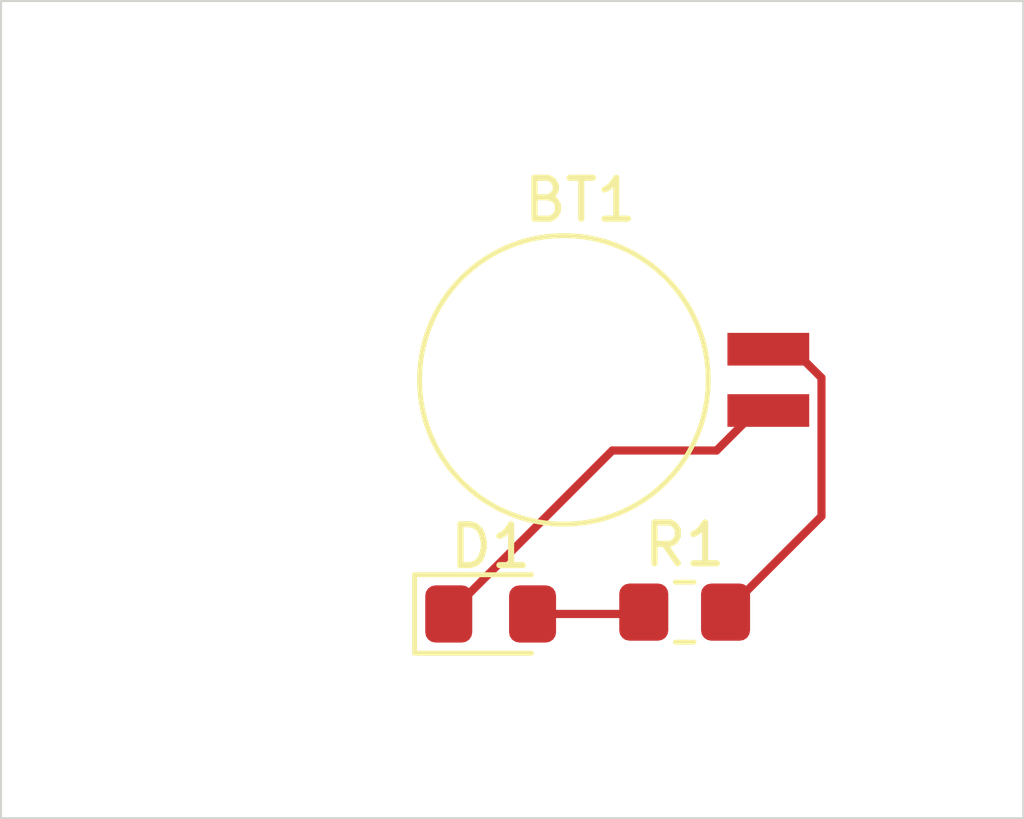
<source format=kicad_pcb>
(kicad_pcb (version 20240108) (generator "pcbnew") (generator_version "8.0")
  (layers (0 "F.Cu" signal) (31 "B.Cu" signal) (34 "B.Paste" user) (35 "F.Paste" user) (36 "B.SilkS" user "B.Silkscreen") (37 "F.SilkS" user "F.Silkscreen") (38 "B.Mask" user) (39 "F.Mask" user) (44 "Edge.Cuts" user))
  (net 0 "")
  (net 1 "Net-(BT1-+)")
  (net 2 "Net-(BT1--)")
  (net 3 "Net-(D1-A)")
  (footprint "Diode_SMD:D_0805_2012Metric_Pad1.15x1.40mm_HandSolder" (layer "F.Cu") (at 76.975 80)
    (property "Reference" "D1" (at 0 -1.65 0) (layer "F.SilkS"))
    (property "Value" "LED")
    (fp_line (start -1.86 -0.96) (end -1.86 0.96) (stroke (width 0.12)) (layer "F.SilkS"))
    (fp_line (start -1.86 0.96) (end 1 0.96) (stroke (width 0.12)) (layer "F.SilkS"))
    (fp_line (start 1 -0.96) (end -1.86 -0.96) (stroke (width 0.12)) (layer "F.SilkS"))
    (pad "1" smd roundrect (at -1.025 0) (size 1.15 1.4) (layers "F.Cu" "F.Paste" "F.Mask") (roundrect_rratio 0.217391) (net 2 "Net-(BT1--)"))
    (pad "2" smd roundrect (at 1.025 0) (size 1.15 1.4) (layers "F.Cu" "F.Paste" "F.Mask") (roundrect_rratio 0.217391) (net 3 "Net-(D1-A)"))
  )
  (footprint "Resistor_SMD:R_0805_2012Metric_Pad1.20x1.40mm_HandSolder" (layer "F.Cu") (at 81.72 79.955)
    (property "Reference" "R1" (at 0 -1.65 0) (layer "F.SilkS"))
    (property "Value" "R")
    (fp_line (start -0.227064 -0.735) (end 0.227064 -0.735) (stroke (width 0.12)) (layer "F.SilkS"))
    (fp_line (start -0.227064 0.735) (end 0.227064 0.735) (stroke (width 0.12)) (layer "F.SilkS"))
    (pad "1" smd roundrect (at -1 0) (size 1.2 1.4) (layers "F.Cu" "F.Paste" "F.Mask") (roundrect_rratio 0.208333) (net 3 "Net-(D1-A)"))
    (pad "2" smd roundrect (at 1 0) (size 1.2 1.4) (layers "F.Cu" "F.Paste" "F.Mask") (roundrect_rratio 0.208333) (net 1 "Net-(BT1-+)"))
  )
  (footprint "Battery:BatteryHolder_Seiko_MS621F" (layer "F.Cu") (at 83.766204 74.271204)
    (property "Reference" "BT1" (at -4.6 -4.4 0) (layer "F.SilkS"))
    (property "Value" "Battery_Cell")
    (fp_circle (center -5 0) (end -1.47 0) (stroke (width 0.12)) (fill none) (layer "F.SilkS"))
    (pad "1" smd rect (at 0 -0.75) (size 2 0.8) (layers "F.Cu" "F.Paste" "F.Mask") (net 1 "Net-(BT1-+)"))
    (pad "2" smd rect (at 0 0.75) (size 2 0.8) (layers "F.Cu" "F.Paste" "F.Mask") (net 2 "Net-(BT1--)"))
  )
  (gr_rect (start 65 65) (end 90 85) (stroke (width 0.05)) (fill none) (layer "Edge.Cuts"))
  (segment (start 82.72 79.955) (end 85.066204 77.608796) (width 0.2) (layer "F.Cu") (net 1))
  (segment (start 85.066204 77.608796) (end 85.066204 74.221204) (width 0.2) (layer "F.Cu") (net 1))
  (segment (start 85.066204 74.221204) (end 84.366204 73.521204) (width 0.2) (layer "F.Cu") (net 1))
  (segment (start 84.366204 73.521204) (end 83.766204 73.521204) (width 0.2) (layer "F.Cu") (net 1))
  (segment (start 82.5 76) (end 79.95 76) (width 0.2) (layer "F.Cu") (net 2))
  (segment (start 83.766204 75.021204) (end 83.478796 75.021204) (width 0.2) (layer "F.Cu") (net 2))
  (segment (start 79.95 76) (end 75.95 80) (width 0.2) (layer "F.Cu") (net 2))
  (segment (start 83.478796 75.021204) (end 82.5 76) (width 0.2) (layer "F.Cu") (net 2))
  (segment (start 80.675 80) (end 80.72 79.955) (width 0.2) (layer "F.Cu") (net 3))
  (segment (start 78 80) (end 80.675 80) (width 0.2) (layer "F.Cu") (net 3))
)
</source>
